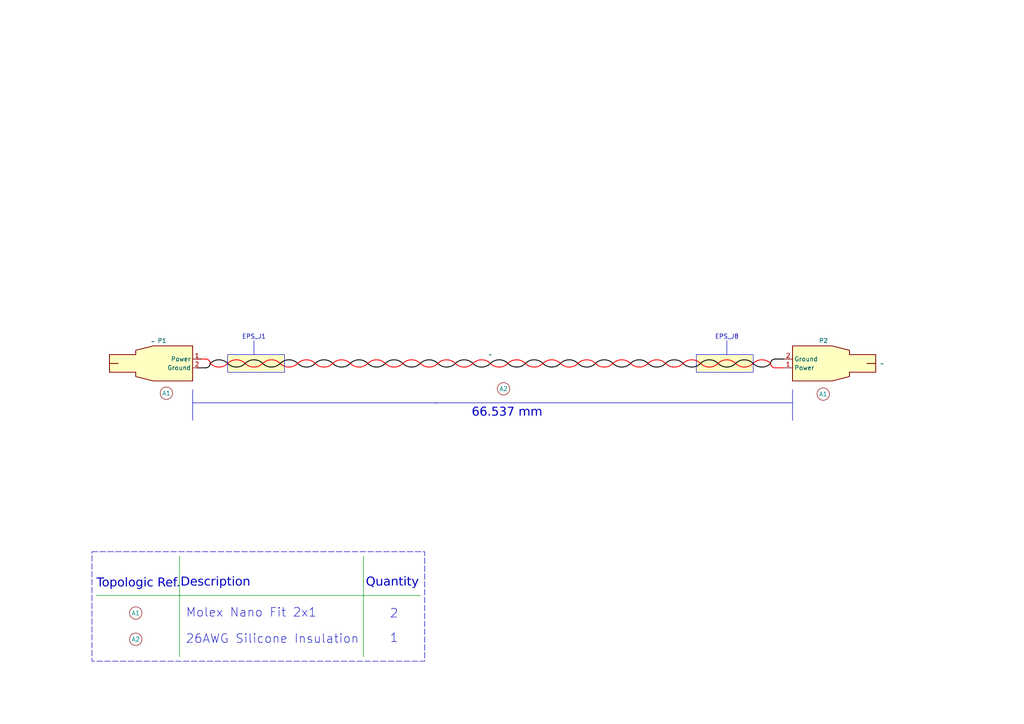
<source format=kicad_sch>
(kicad_sch (version 20231120) (generator "eeschema") (generator_version "8.0")
  (paper "A4")
  (title_block (title "WIFI_GND/WIFI_PWR"))
  (lib_symbols
    (symbol "Molex_Nano_Fit_2x1_1"
      (property "Reference" "J" (at -6.35 7.366 0))
      (symbol "Molex_Nano_Fit_2x1_1_0_1"
        (polyline (pts (xy 8.89 10.16) (xy 8.89 10.16)))
        (polyline (pts (xy -3.81 8.89) (xy 6.35 8.89) (xy 6.35 -2.54) (xy 5.08 -7.62) (xy 3.81 -7.62) (xy 3.81 -15.24) (xy 1.27 -15.24) (xy 1.27 -12.7) (xy 1.27 -12.7) (xy 1.27 -15.24) (xy -1.27 -15.24) (xy -1.27 -7.62) (xy -2.54 -7.62) (xy -3.81 -2.54) (xy -3.81 8.89)) (stroke (width 0.254)) (fill (type color) (color 255 255 194 1)))
      )
      (symbol "Molex_Nano_Fit_2x1_1_1_1"
        (pin input line (at 0 11.43 270) (length 2.54) (name "Power") (number "1"))
        (pin input line (at 2.54 11.43 270) (length 2.54) (name "Ground") (number "2"))
      )
    )
    (symbol "connectors:Molex_Nano_Fit_2x1"
      (property "Reference" "J" (at -6.35 7.366 0))
      (symbol "Molex_Nano_Fit_2x1_0_1"
        (polyline (pts (xy 8.89 10.16) (xy 8.89 10.16)))
        (polyline (pts (xy -3.81 8.89) (xy 6.35 8.89) (xy 6.35 -2.54) (xy 5.08 -7.62) (xy 3.81 -7.62) (xy 3.81 -15.24) (xy 1.27 -15.24) (xy 1.27 -12.7) (xy 1.27 -12.7) (xy 1.27 -15.24) (xy -1.27 -15.24) (xy -1.27 -7.62) (xy -2.54 -7.62) (xy -3.81 -2.54) (xy -3.81 8.89)) (stroke (width 0.254)) (fill (type color) (color 255 255 194 1)))
      )
      (symbol "Molex_Nano_Fit_2x1_1_1"
        (pin input line (at 0 11.43 270) (length 2.54) (name "Power") (number "1"))
        (pin input line (at 2.54 11.43 270) (length 2.54) (name "Ground") (number "2"))
      )
    )
    (symbol "connectors:Twisted_Cable"
      (property "Value" "~" (at 73.66 2.54 0))
      (symbol "Twisted_Cable_0_1"
        (arc (start -8.8899 -1.2701) (mid -7.9919 -0.8981) (end -7.6199 -0.0001) (stroke (width 0.254) (color 0 0 0 1)))
        (arc (start -7.62 0) (mid -7.992 0.898) (end -8.89 1.27) (stroke (width 0.254) (color 255 0 0 1)))
        (arc (start -7.62 0) (mid -5.08 -1.0521) (end -2.54 0) (stroke (width 0.254) (color 255 0 0 1)))
        (arc (start -2.54 0) (mid -5.08 1.0521) (end -7.62 0) (stroke (width 0.254) (color 0 0 0 1)))
        (arc (start -2.54 0) (mid 0 -1.0521) (end 2.54 0) (stroke (width 0.254) (color 0 0 0 1)))
        (polyline (pts (xy -8.89 -1.27) (xy -11.43 -1.27)) (stroke (width 0.254) (color 0 0 0 1)))
        (polyline (pts (xy -8.89 -1.27) (xy -8.89 -1.27)))
        (polyline (pts (xy -8.89 1.27) (xy -11.43 1.27)) (stroke (width 0.254) (color 255 0 0 1)))
        (polyline (pts (xy 156.21 -1.27) (xy 158.75 -1.27)) (stroke (width 0.254) (color 255 0 0 1)))
        (polyline (pts (xy 156.21 1.27) (xy 158.75 1.27)) (stroke (width 0.254) (color 0 0 0 1)))
        (arc (start 0 1.27) (mid 0 1.27) (end 0 1.27))
        (arc (start 2.54 0) (mid 0 1.0521) (end -2.54 0) (stroke (width 0.254) (color 255 0 0 1)))
        (arc (start 2.54 0) (mid 2.54 0) (end 2.54 0))
        (arc (start 2.54 0) (mid 5.08 -1.0521) (end 7.62 0) (stroke (width 0.254) (color 255 0 0 1)))
        (arc (start 7.62 0) (mid 5.08 1.0521) (end 2.54 0) (stroke (width 0.254) (color 0 0 0 1)))
        (arc (start 7.62 0) (mid 7.62 0) (end 7.62 0))
        (arc (start 7.62 0) (mid 10.16 -1.0521) (end 12.7 0) (stroke (width 0.254) (color 0 0 0 1)))
        (arc (start 12.7 0) (mid 10.16 1.0521) (end 7.62 0) (stroke (width 0.254) (color 255 0 0 1)))
        (arc (start 12.7 0) (mid 15.24 -1.0521) (end 17.78 0) (stroke (width 0.254) (color 255 0 0 1)))
        (arc (start 17.78 0) (mid 15.24 1.0521) (end 12.7 0) (stroke (width 0.254) (color 0 0 0 1)))
        (arc (start 17.78 0) (mid 17.78 0) (end 17.78 0))
        (arc (start 17.78 0) (mid 20.32 -1.0521) (end 22.86 0) (stroke (width 0.254) (color 0 0 0 1)))
        (arc (start 22.86 0) (mid 20.32 1.0521) (end 17.78 0) (stroke (width 0.254) (color 255 0 0 1)))
        (arc (start 22.86 0) (mid 25.4 -1.0521) (end 27.94 0) (stroke (width 0.254) (color 255 0 0 1)))
        (arc (start 27.94 0) (mid 25.4 1.0521) (end 22.86 0) (stroke (width 0.254) (color 0 0 0 1)))
        (arc (start 27.94 0) (mid 27.94 0) (end 27.94 0))
        (arc (start 27.94 0) (mid 30.48 -1.0521) (end 33.02 0) (stroke (width 0.254) (color 0 0 0 1)))
        (arc (start 33.02 0) (mid 30.48 1.0521) (end 27.94 0) (stroke (width 0.254) (color 255 0 0 1)))
        (arc (start 33.02 0) (mid 35.56 -1.0521) (end 38.1 0) (stroke (width 0.254) (color 255 0 0 1)))
        (arc (start 38.1 0) (mid 35.56 1.0521) (end 33.02 0) (stroke (width 0.254) (color 0 0 0 1)))
        (arc (start 38.1 0) (mid 38.1 0) (end 38.1 0))
        (arc (start 38.1 0) (mid 40.64 -1.0521) (end 43.18 0) (stroke (width 0.254) (color 0 0 0 1)))
        (arc (start 43.18 0) (mid 40.64 1.0521) (end 38.1 0) (stroke (width 0.254) (color 255 0 0 1)))
        (arc (start 43.18 0) (mid 45.72 -1.0521) (end 48.26 0) (stroke (width 0.254) (color 255 0 0 1)))
        (arc (start 48.26 0) (mid 45.72 1.0521) (end 43.18 0) (stroke (width 0.254) (color 0 0 0 1)))
        (arc (start 48.26 0) (mid 48.26 0) (end 48.26 0))
        (arc (start 48.26 0) (mid 50.8 -1.0521) (end 53.34 0) (stroke (width 0.254) (color 0 0 0 1)))
        (arc (start 53.34 0) (mid 50.8 1.0521) (end 48.26 0) (stroke (width 0.254) (color 255 0 0 1)))
        (arc (start 53.34 0) (mid 55.88 -1.0521) (end 58.42 0) (stroke (width 0.254) (color 255 0 0 1)))
        (arc (start 58.42 0) (mid 55.88 1.0521) (end 53.34 0) (stroke (width 0.254) (color 0 0 0 1)))
        (arc (start 58.42 0) (mid 58.42 0) (end 58.42 0))
        (arc (start 58.42 0) (mid 60.96 -1.0521) (end 63.5 0) (stroke (width 0.254) (color 0 0 0 1)))
        (arc (start 63.5 0) (mid 60.96 1.0521) (end 58.42 0) (stroke (width 0.254) (color 255 0 0 1)))
        (arc (start 63.5 0) (mid 66.04 -1.0521) (end 68.58 0) (stroke (width 0.254) (color 255 0 0 1)))
        (arc (start 68.58 0) (mid 66.04 1.0521) (end 63.5 0) (stroke (width 0.254) (color 0 0 0 1)))
        (arc (start 68.58 0) (mid 68.58 0) (end 68.58 0))
        (arc (start 68.58 0) (mid 71.12 -1.0521) (end 73.66 0) (stroke (width 0.254) (color 0 0 0 1)))
        (arc (start 73.66 0) (mid 71.12 1.0521) (end 68.58 0) (stroke (width 0.254) (color 255 0 0 1)))
        (arc (start 73.66 0) (mid 76.2 -1.0521) (end 78.74 0) (stroke (width 0.254) (color 255 0 0 1)))
        (arc (start 78.74 0) (mid 76.2 1.0521) (end 73.66 0) (stroke (width 0.254) (color 0 0 0 1)))
        (arc (start 78.74 0) (mid 78.74 0) (end 78.74 0))
        (arc (start 78.74 0) (mid 81.28 -1.0521) (end 83.82 0) (stroke (width 0.254) (color 0 0 0 1)))
        (arc (start 83.82 0) (mid 81.28 1.0521) (end 78.74 0) (stroke (width 0.254) (color 255 0 0 1)))
        (arc (start 83.82 0) (mid 86.36 -1.0521) (end 88.9 0) (stroke (width 0.254) (color 255 0 0 1)))
        (arc (start 88.9 0) (mid 86.36 1.0521) (end 83.82 0) (stroke (width 0.254) (color 0 0 0 1)))
        (arc (start 88.9 0) (mid 88.9 0) (end 88.9 0))
        (arc (start 88.9 0) (mid 91.44 -1.0521) (end 93.98 0) (stroke (width 0.254) (color 0 0 0 1)))
        (arc (start 93.98 0) (mid 91.44 1.0521) (end 88.9 0) (stroke (width 0.254) (color 255 0 0 1)))
        (arc (start 93.98 0) (mid 96.52 -1.0521) (end 99.06 0) (stroke (width 0.254) (color 255 0 0 1)))
        (arc (start 99.06 0) (mid 96.52 1.0521) (end 93.98 0) (stroke (width 0.254) (color 0 0 0 1)))
        (arc (start 99.06 0) (mid 99.06 0) (end 99.06 0))
        (arc (start 99.06 0) (mid 101.6 -1.0521) (end 104.14 0) (stroke (width 0.254) (color 0 0 0 1)))
        (arc (start 104.14 0) (mid 101.6 1.0521) (end 99.06 0) (stroke (width 0.254) (color 255 0 0 1)))
        (arc (start 104.14 0) (mid 106.68 -1.0521) (end 109.22 0) (stroke (width 0.254) (color 255 0 0 1)))
        (arc (start 109.22 0) (mid 106.68 1.0521) (end 104.14 0) (stroke (width 0.254) (color 0 0 0 1)))
        (arc (start 109.22 0) (mid 109.22 0) (end 109.22 0))
        (arc (start 109.22 0) (mid 111.76 -1.0521) (end 114.3 0) (stroke (width 0.254) (color 0 0 0 1)))
        (arc (start 114.3 0) (mid 111.76 1.0521) (end 109.22 0) (stroke (width 0.254) (color 255 0 0 1)))
        (arc (start 114.3 0) (mid 116.84 -1.0521) (end 119.38 0) (stroke (width 0.254) (color 255 0 0 1)))
        (arc (start 119.38 0) (mid 116.84 1.0521) (end 114.3 0) (stroke (width 0.254) (color 0 0 0 1)))
        (arc (start 119.38 0) (mid 119.38 0) (end 119.38 0))
        (arc (start 119.38 0) (mid 121.92 -1.0521) (end 124.46 0) (stroke (width 0.254) (color 0 0 0 1)))
        (arc (start 124.46 0) (mid 121.92 1.0521) (end 119.38 0) (stroke (width 0.254) (color 255 0 0 1)))
        (arc (start 124.46 0) (mid 127 -1.0521) (end 129.54 0) (stroke (width 0.254) (color 255 0 0 1)))
        (arc (start 129.54 0) (mid 127 1.0521) (end 124.46 0) (stroke (width 0.254) (color 0 0 0 1)))
        (arc (start 129.54 0) (mid 129.54 0) (end 129.54 0))
        (arc (start 129.54 0) (mid 132.08 -1.0521) (end 134.62 0) (stroke (width 0.254) (color 0 0 0 1)))
        (arc (start 134.62 0) (mid 132.08 1.0521) (end 129.54 0) (stroke (width 0.254) (color 255 0 0 1)))
        (arc (start 134.62 0) (mid 137.16 -1.0521) (end 139.7 0) (stroke (width 0.254) (color 255 0 0 1)))
        (arc (start 139.7 0) (mid 137.16 1.0521) (end 134.62 0) (stroke (width 0.254) (color 0 0 0 1)))
        (arc (start 139.7 0) (mid 139.7 0) (end 139.7 0))
        (arc (start 139.7 0) (mid 142.24 -1.0521) (end 144.78 0) (stroke (width 0.254) (color 0 0 0 1)))
        (arc (start 144.78 0) (mid 142.24 1.0521) (end 139.7 0) (stroke (width 0.254) (color 255 0 0 1)))
        (arc (start 144.78 0) (mid 147.32 -1.0521) (end 149.86 0) (stroke (width 0.254) (color 255 0 0 1)))
        (arc (start 149.86 0) (mid 147.32 1.0521) (end 144.78 0) (stroke (width 0.254) (color 0 0 0 1)))
        (arc (start 149.86 0) (mid 149.86 0) (end 149.86 0))
        (arc (start 149.86 0) (mid 152.4 -1.0521) (end 154.94 0) (stroke (width 0.254) (color 0 0 0 1)))
        (arc (start 154.94 0) (mid 152.4 1.0521) (end 149.86 0) (stroke (width 0.254) (color 255 0 0 1)))
        (arc (start 154.94 0) (mid 155.312 -0.898) (end 156.21 -1.27) (stroke (width 0.254) (color 255 0 0 1)))
        (arc (start 156.21 1.27) (mid 155.312 0.898) (end 154.94 0) (stroke (width 0.254) (color 0 0 0 1)))
      )
    )
  )
  (polyline (pts (xy 125.73 116.84) (xy 127 116.84)))
  (wire (pts (xy 52.07 161.29) (xy 52.07 190.5)))
  (polyline (pts (xy 210.82 98.806) (xy 210.82 102.87)))
  (polyline (pts (xy 55.88 116.84) (xy 229.87 116.84)))
  (wire (pts (xy 27.94 172.72) (xy 121.92 172.72)))
  (polyline (pts (xy 55.88 113.03) (xy 55.88 121.92)))
  (wire (pts (xy 105.41 161.29) (xy 105.41 190.5)))
  (polyline (pts (xy 229.87 113.03) (xy 229.87 121.92)))
  (polyline (pts (xy 73.66 98.806) (xy 73.66 102.87)))
  (circle (center 48.26 114.046) (radius 1.7961) (stroke (width 0) (color 132 0 0 1)))
  (rectangle (start 66.04 102.87) (end 82.55 107.95) (fill (type color) (color 255 255 194 1)))
  (circle (center 39.37 185.42) (radius 1.7961) (stroke (width 0) (color 132 0 0 1)))
  (rectangle (start 26.67 160.02) (end 123.19 191.77) (stroke (width 0) (type dash)))
  (rectangle (start 201.93 102.87) (end 218.44 107.95) (fill (type color) (color 255 255 194 1)))
  (circle (center 146.05 112.776) (radius 1.7961) (stroke (width 0) (color 132 0 0 1)))
  (circle (center 238.76 114.3) (radius 1.7961) (stroke (width 0) (color 132 0 0 1)))
  (circle (center 39.37 177.8) (radius 1.7961) (stroke (width 0) (color 132 0 0 1)))
  (text "66.537 mm" (at 147.066 120.396 0) (effects (font (size 2.54 2.54))))
  (text "A1" (at 48.26 114.3 0) (effects (font (size 1.27 1.27))))
  (text "2" (at 114.3 178.054 0) (effects (font (size 2.54 2.54))))
  (text "A1" (at 238.76 114.554 0) (effects (font (size 1.27 1.27))))
  (text "EPS_J8" (at 210.82 97.79 0) (effects (font (size 1.27 1.27))))
  (text "A1" (at 39.37 178.054 0) (effects (font (size 1.27 1.27))))
  (text "Molex Nano Fit 2x1" (at 72.898 177.8 0) (effects (font (size 2.54 2.54))))
  (text "A2\n" (at 146.05 113.03 0) (effects (font (size 1.27 1.27))))
  (text "A2\n" (at 39.37 185.674 0) (effects (font (size 1.27 1.27))))
  (text "26AWG Silicone Insulation" (at 78.994 185.42 0) (effects (font (size 2.54 2.54))))
  (text "Description" (at 62.484 169.672 0) (effects (font (size 2.54 2.54))))
  (text "1" (at 114.3 185.166 0) (effects (font (size 2.54 2.54))))
  (text "EPS_J1" (at 73.66 97.79 0) (effects (font (size 1.27 1.27))))
  (text "Quantity" (at 113.792 169.672 0) (effects (font (size 2.54 2.54))))
  (text "Topologic Ref." (at 40.132 169.926 0) (effects (font (size 2.54 2.54))))
  (symbol (lib_id "connectors:Twisted_Cable") (at 68.58 105.41 0) (unit 1)
    (property "Reference" "U1" (effects (hide yes)))
    (property "Value" "~" (at 142.24 102.87 0))
  )
  (symbol (lib_name "Molex_Nano_Fit_2x1_1") (lib_id "connectors:Molex_Nano_Fit_2x1") (at 46.99 104.14 270) (unit 1)
    (property "Reference" "P1" (at 46.99 98.806 90))
    (property "Value" "~" (at 44.3865 99.06 90))
  )
  (symbol (lib_id "connectors:Molex_Nano_Fit_2x1") (at 238.76 106.68 90) (unit 1)
    (property "Reference" "P2" (at 237.49 98.806 90) (effects (justify right)))
    (property "Value" "~" (at 255.27 105.4735 90) (effects (justify right)))
  )
)
</source>
